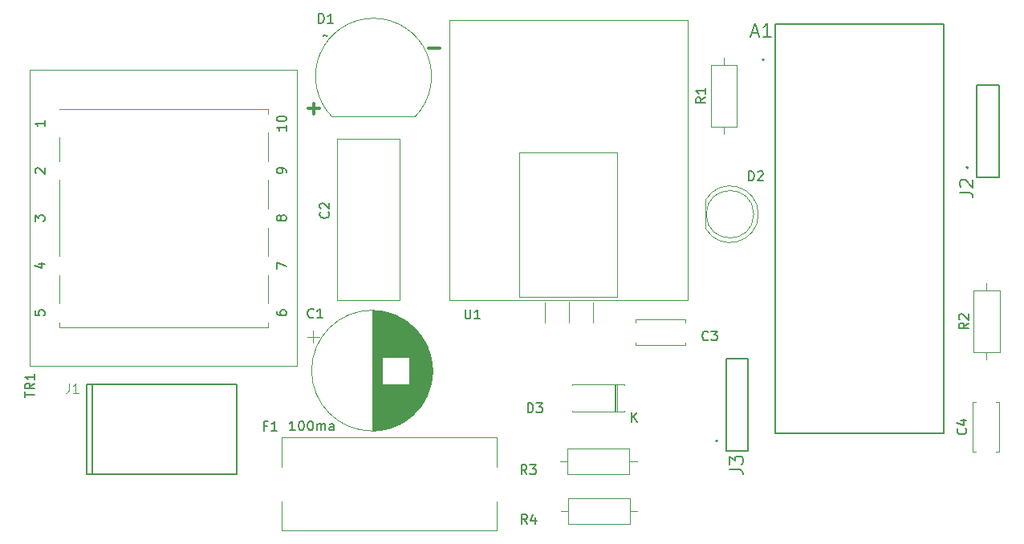
<source format=gbr>
%TF.GenerationSoftware,KiCad,Pcbnew,(6.0.7)*%
%TF.CreationDate,2022-10-25T14:44:23+02:00*%
%TF.ProjectId,Affichage_Temp_Humidite,41666669-6368-4616-9765-5f54656d705f,rev?*%
%TF.SameCoordinates,PX4692680PY2625a00*%
%TF.FileFunction,Legend,Top*%
%TF.FilePolarity,Positive*%
%FSLAX46Y46*%
G04 Gerber Fmt 4.6, Leading zero omitted, Abs format (unit mm)*
G04 Created by KiCad (PCBNEW (6.0.7)) date 2022-10-25 14:44:23*
%MOMM*%
%LPD*%
G01*
G04 APERTURE LIST*
%ADD10C,0.150000*%
%ADD11C,0.375000*%
%ADD12C,0.015000*%
%ADD13C,0.120000*%
%ADD14C,0.127000*%
%ADD15C,0.200000*%
G04 APERTURE END LIST*
D10*
%TO.C,R2*%
X101222380Y-32986666D02*
X100746190Y-33320000D01*
X101222380Y-33558095D02*
X100222380Y-33558095D01*
X100222380Y-33177142D01*
X100270000Y-33081904D01*
X100317619Y-33034285D01*
X100412857Y-32986666D01*
X100555714Y-32986666D01*
X100650952Y-33034285D01*
X100698571Y-33081904D01*
X100746190Y-33177142D01*
X100746190Y-33558095D01*
X100317619Y-32605714D02*
X100270000Y-32558095D01*
X100222380Y-32462857D01*
X100222380Y-32224761D01*
X100270000Y-32129523D01*
X100317619Y-32081904D01*
X100412857Y-32034285D01*
X100508095Y-32034285D01*
X100650952Y-32081904D01*
X101222380Y-32653333D01*
X101222380Y-32034285D01*
%TO.C,R4*%
X54673333Y-54172380D02*
X54340000Y-53696190D01*
X54101904Y-54172380D02*
X54101904Y-53172380D01*
X54482857Y-53172380D01*
X54578095Y-53220000D01*
X54625714Y-53267619D01*
X54673333Y-53362857D01*
X54673333Y-53505714D01*
X54625714Y-53600952D01*
X54578095Y-53648571D01*
X54482857Y-53696190D01*
X54101904Y-53696190D01*
X55530476Y-53505714D02*
X55530476Y-54172380D01*
X55292380Y-53124761D02*
X55054285Y-53839047D01*
X55673333Y-53839047D01*
%TO.C,D1*%
X32672204Y-1319780D02*
X32672204Y-319780D01*
X32910300Y-319780D01*
X33053157Y-367400D01*
X33148395Y-462638D01*
X33196014Y-557876D01*
X33243633Y-748352D01*
X33243633Y-891209D01*
X33196014Y-1081685D01*
X33148395Y-1176923D01*
X33053157Y-1272161D01*
X32910300Y-1319780D01*
X32672204Y-1319780D01*
X34196014Y-1319780D02*
X33624585Y-1319780D01*
X33910300Y-1319780D02*
X33910300Y-319780D01*
X33815061Y-462638D01*
X33719823Y-557876D01*
X33624585Y-605495D01*
D11*
X31578871Y-10349542D02*
X32721728Y-10349542D01*
X32150300Y-10920971D02*
X32150300Y-9778114D01*
X44278871Y-3999542D02*
X45421728Y-3999542D01*
D10*
X33158395Y-2693828D02*
X33206014Y-2646209D01*
X33301252Y-2598590D01*
X33491728Y-2693828D01*
X33586966Y-2646209D01*
X33634585Y-2598590D01*
%TO.C,C2*%
X33697142Y-21281666D02*
X33744761Y-21329285D01*
X33792380Y-21472142D01*
X33792380Y-21567380D01*
X33744761Y-21710238D01*
X33649523Y-21805476D01*
X33554285Y-21853095D01*
X33363809Y-21900714D01*
X33220952Y-21900714D01*
X33030476Y-21853095D01*
X32935238Y-21805476D01*
X32840000Y-21710238D01*
X32792380Y-21567380D01*
X32792380Y-21472142D01*
X32840000Y-21329285D01*
X32887619Y-21281666D01*
X32887619Y-20900714D02*
X32840000Y-20853095D01*
X32792380Y-20757857D01*
X32792380Y-20519761D01*
X32840000Y-20424523D01*
X32887619Y-20376904D01*
X32982857Y-20329285D01*
X33078095Y-20329285D01*
X33220952Y-20376904D01*
X33792380Y-20948333D01*
X33792380Y-20329285D01*
%TO.C,D3*%
X54741904Y-42432380D02*
X54741904Y-41432380D01*
X54980000Y-41432380D01*
X55122857Y-41480000D01*
X55218095Y-41575238D01*
X55265714Y-41670476D01*
X55313333Y-41860952D01*
X55313333Y-42003809D01*
X55265714Y-42194285D01*
X55218095Y-42289523D01*
X55122857Y-42384761D01*
X54980000Y-42432380D01*
X54741904Y-42432380D01*
X55646666Y-41432380D02*
X56265714Y-41432380D01*
X55932380Y-41813333D01*
X56075238Y-41813333D01*
X56170476Y-41860952D01*
X56218095Y-41908571D01*
X56265714Y-42003809D01*
X56265714Y-42241904D01*
X56218095Y-42337142D01*
X56170476Y-42384761D01*
X56075238Y-42432380D01*
X55789523Y-42432380D01*
X55694285Y-42384761D01*
X55646666Y-42337142D01*
X65728095Y-43432380D02*
X65728095Y-42432380D01*
X66299523Y-43432380D02*
X65870952Y-42860952D01*
X66299523Y-42432380D02*
X65728095Y-43003809D01*
%TO.C,R1*%
X73482380Y-9166666D02*
X73006190Y-9500000D01*
X73482380Y-9738095D02*
X72482380Y-9738095D01*
X72482380Y-9357142D01*
X72530000Y-9261904D01*
X72577619Y-9214285D01*
X72672857Y-9166666D01*
X72815714Y-9166666D01*
X72910952Y-9214285D01*
X72958571Y-9261904D01*
X73006190Y-9357142D01*
X73006190Y-9738095D01*
X73482380Y-8214285D02*
X73482380Y-8785714D01*
X73482380Y-8500000D02*
X72482380Y-8500000D01*
X72625238Y-8595238D01*
X72720476Y-8690476D01*
X72768095Y-8785714D01*
%TO.C,F1*%
X27226666Y-43818571D02*
X26893333Y-43818571D01*
X26893333Y-44342380D02*
X26893333Y-43342380D01*
X27369523Y-43342380D01*
X28274285Y-44342380D02*
X27702857Y-44342380D01*
X27988571Y-44342380D02*
X27988571Y-43342380D01*
X27893333Y-43485238D01*
X27798095Y-43580476D01*
X27702857Y-43628095D01*
X30184285Y-44302380D02*
X29612857Y-44302380D01*
X29898571Y-44302380D02*
X29898571Y-43302380D01*
X29803333Y-43445238D01*
X29708095Y-43540476D01*
X29612857Y-43588095D01*
X30803333Y-43302380D02*
X30898571Y-43302380D01*
X30993809Y-43350000D01*
X31041428Y-43397619D01*
X31089047Y-43492857D01*
X31136666Y-43683333D01*
X31136666Y-43921428D01*
X31089047Y-44111904D01*
X31041428Y-44207142D01*
X30993809Y-44254761D01*
X30898571Y-44302380D01*
X30803333Y-44302380D01*
X30708095Y-44254761D01*
X30660476Y-44207142D01*
X30612857Y-44111904D01*
X30565238Y-43921428D01*
X30565238Y-43683333D01*
X30612857Y-43492857D01*
X30660476Y-43397619D01*
X30708095Y-43350000D01*
X30803333Y-43302380D01*
X31755714Y-43302380D02*
X31850952Y-43302380D01*
X31946190Y-43350000D01*
X31993809Y-43397619D01*
X32041428Y-43492857D01*
X32089047Y-43683333D01*
X32089047Y-43921428D01*
X32041428Y-44111904D01*
X31993809Y-44207142D01*
X31946190Y-44254761D01*
X31850952Y-44302380D01*
X31755714Y-44302380D01*
X31660476Y-44254761D01*
X31612857Y-44207142D01*
X31565238Y-44111904D01*
X31517619Y-43921428D01*
X31517619Y-43683333D01*
X31565238Y-43492857D01*
X31612857Y-43397619D01*
X31660476Y-43350000D01*
X31755714Y-43302380D01*
X32517619Y-44302380D02*
X32517619Y-43635714D01*
X32517619Y-43730952D02*
X32565238Y-43683333D01*
X32660476Y-43635714D01*
X32803333Y-43635714D01*
X32898571Y-43683333D01*
X32946190Y-43778571D01*
X32946190Y-44302380D01*
X32946190Y-43778571D02*
X32993809Y-43683333D01*
X33089047Y-43635714D01*
X33231904Y-43635714D01*
X33327142Y-43683333D01*
X33374761Y-43778571D01*
X33374761Y-44302380D01*
X34279523Y-44302380D02*
X34279523Y-43778571D01*
X34231904Y-43683333D01*
X34136666Y-43635714D01*
X33946190Y-43635714D01*
X33850952Y-43683333D01*
X34279523Y-44254761D02*
X34184285Y-44302380D01*
X33946190Y-44302380D01*
X33850952Y-44254761D01*
X33803333Y-44159523D01*
X33803333Y-44064285D01*
X33850952Y-43969047D01*
X33946190Y-43921428D01*
X34184285Y-43921428D01*
X34279523Y-43873809D01*
%TO.C,R3*%
X54633333Y-48952380D02*
X54300000Y-48476190D01*
X54061904Y-48952380D02*
X54061904Y-47952380D01*
X54442857Y-47952380D01*
X54538095Y-48000000D01*
X54585714Y-48047619D01*
X54633333Y-48142857D01*
X54633333Y-48285714D01*
X54585714Y-48380952D01*
X54538095Y-48428571D01*
X54442857Y-48476190D01*
X54061904Y-48476190D01*
X54966666Y-47952380D02*
X55585714Y-47952380D01*
X55252380Y-48333333D01*
X55395238Y-48333333D01*
X55490476Y-48380952D01*
X55538095Y-48428571D01*
X55585714Y-48523809D01*
X55585714Y-48761904D01*
X55538095Y-48857142D01*
X55490476Y-48904761D01*
X55395238Y-48952380D01*
X55109523Y-48952380D01*
X55014285Y-48904761D01*
X54966666Y-48857142D01*
%TO.C,TR1*%
X1702380Y-40811904D02*
X1702380Y-40240476D01*
X2702380Y-40526190D02*
X1702380Y-40526190D01*
X2702380Y-39335714D02*
X2226190Y-39669047D01*
X2702380Y-39907142D02*
X1702380Y-39907142D01*
X1702380Y-39526190D01*
X1750000Y-39430952D01*
X1797619Y-39383333D01*
X1892857Y-39335714D01*
X2035714Y-39335714D01*
X2130952Y-39383333D01*
X2178571Y-39430952D01*
X2226190Y-39526190D01*
X2226190Y-39907142D01*
X2702380Y-38383333D02*
X2702380Y-38954761D01*
X2702380Y-38669047D02*
X1702380Y-38669047D01*
X1845238Y-38764285D01*
X1940476Y-38859523D01*
X1988095Y-38954761D01*
X29252380Y-12090476D02*
X29252380Y-12661904D01*
X29252380Y-12376190D02*
X28252380Y-12376190D01*
X28395238Y-12471428D01*
X28490476Y-12566666D01*
X28538095Y-12661904D01*
X28252380Y-11471428D02*
X28252380Y-11376190D01*
X28300000Y-11280952D01*
X28347619Y-11233333D01*
X28442857Y-11185714D01*
X28633333Y-11138095D01*
X28871428Y-11138095D01*
X29061904Y-11185714D01*
X29157142Y-11233333D01*
X29204761Y-11280952D01*
X29252380Y-11376190D01*
X29252380Y-11471428D01*
X29204761Y-11566666D01*
X29157142Y-11614285D01*
X29061904Y-11661904D01*
X28871428Y-11709523D01*
X28633333Y-11709523D01*
X28442857Y-11661904D01*
X28347619Y-11614285D01*
X28300000Y-11566666D01*
X28252380Y-11471428D01*
X2752380Y-31661904D02*
X2752380Y-32138095D01*
X3228571Y-32185714D01*
X3180952Y-32138095D01*
X3133333Y-32042857D01*
X3133333Y-31804761D01*
X3180952Y-31709523D01*
X3228571Y-31661904D01*
X3323809Y-31614285D01*
X3561904Y-31614285D01*
X3657142Y-31661904D01*
X3704761Y-31709523D01*
X3752380Y-31804761D01*
X3752380Y-32042857D01*
X3704761Y-32138095D01*
X3657142Y-32185714D01*
X2847619Y-17185714D02*
X2800000Y-17138095D01*
X2752380Y-17042857D01*
X2752380Y-16804761D01*
X2800000Y-16709523D01*
X2847619Y-16661904D01*
X2942857Y-16614285D01*
X3038095Y-16614285D01*
X3180952Y-16661904D01*
X3752380Y-17233333D01*
X3752380Y-16614285D01*
X2752380Y-22233333D02*
X2752380Y-21614285D01*
X3133333Y-21947619D01*
X3133333Y-21804761D01*
X3180952Y-21709523D01*
X3228571Y-21661904D01*
X3323809Y-21614285D01*
X3561904Y-21614285D01*
X3657142Y-21661904D01*
X3704761Y-21709523D01*
X3752380Y-21804761D01*
X3752380Y-22090476D01*
X3704761Y-22185714D01*
X3657142Y-22233333D01*
X29252380Y-17090476D02*
X29252380Y-16900000D01*
X29204761Y-16804761D01*
X29157142Y-16757142D01*
X29014285Y-16661904D01*
X28823809Y-16614285D01*
X28442857Y-16614285D01*
X28347619Y-16661904D01*
X28300000Y-16709523D01*
X28252380Y-16804761D01*
X28252380Y-16995238D01*
X28300000Y-17090476D01*
X28347619Y-17138095D01*
X28442857Y-17185714D01*
X28680952Y-17185714D01*
X28776190Y-17138095D01*
X28823809Y-17090476D01*
X28871428Y-16995238D01*
X28871428Y-16804761D01*
X28823809Y-16709523D01*
X28776190Y-16661904D01*
X28680952Y-16614285D01*
X28252380Y-31709523D02*
X28252380Y-31900000D01*
X28300000Y-31995238D01*
X28347619Y-32042857D01*
X28490476Y-32138095D01*
X28680952Y-32185714D01*
X29061904Y-32185714D01*
X29157142Y-32138095D01*
X29204761Y-32090476D01*
X29252380Y-31995238D01*
X29252380Y-31804761D01*
X29204761Y-31709523D01*
X29157142Y-31661904D01*
X29061904Y-31614285D01*
X28823809Y-31614285D01*
X28728571Y-31661904D01*
X28680952Y-31709523D01*
X28633333Y-31804761D01*
X28633333Y-31995238D01*
X28680952Y-32090476D01*
X28728571Y-32138095D01*
X28823809Y-32185714D01*
X28252380Y-27233333D02*
X28252380Y-26566666D01*
X29252380Y-26995238D01*
X28680952Y-21995238D02*
X28633333Y-22090476D01*
X28585714Y-22138095D01*
X28490476Y-22185714D01*
X28442857Y-22185714D01*
X28347619Y-22138095D01*
X28300000Y-22090476D01*
X28252380Y-21995238D01*
X28252380Y-21804761D01*
X28300000Y-21709523D01*
X28347619Y-21661904D01*
X28442857Y-21614285D01*
X28490476Y-21614285D01*
X28585714Y-21661904D01*
X28633333Y-21709523D01*
X28680952Y-21804761D01*
X28680952Y-21995238D01*
X28728571Y-22090476D01*
X28776190Y-22138095D01*
X28871428Y-22185714D01*
X29061904Y-22185714D01*
X29157142Y-22138095D01*
X29204761Y-22090476D01*
X29252380Y-21995238D01*
X29252380Y-21804761D01*
X29204761Y-21709523D01*
X29157142Y-21661904D01*
X29061904Y-21614285D01*
X28871428Y-21614285D01*
X28776190Y-21661904D01*
X28728571Y-21709523D01*
X28680952Y-21804761D01*
X3085714Y-26709523D02*
X3752380Y-26709523D01*
X2704761Y-26947619D02*
X3419047Y-27185714D01*
X3419047Y-26566666D01*
X3752380Y-11614285D02*
X3752380Y-12185714D01*
X3752380Y-11900000D02*
X2752380Y-11900000D01*
X2895238Y-11995238D01*
X2990476Y-12090476D01*
X3038095Y-12185714D01*
%TO.C,D2*%
X78036904Y-17952380D02*
X78036904Y-16952380D01*
X78275000Y-16952380D01*
X78417857Y-17000000D01*
X78513095Y-17095238D01*
X78560714Y-17190476D01*
X78608333Y-17380952D01*
X78608333Y-17523809D01*
X78560714Y-17714285D01*
X78513095Y-17809523D01*
X78417857Y-17904761D01*
X78275000Y-17952380D01*
X78036904Y-17952380D01*
X78989285Y-17047619D02*
X79036904Y-17000000D01*
X79132142Y-16952380D01*
X79370238Y-16952380D01*
X79465476Y-17000000D01*
X79513095Y-17047619D01*
X79560714Y-17142857D01*
X79560714Y-17238095D01*
X79513095Y-17380952D01*
X78941666Y-17952380D01*
X79560714Y-17952380D01*
%TO.C,J3*%
X76042337Y-48437273D02*
X77043636Y-48437273D01*
X77243896Y-48504026D01*
X77377402Y-48637532D01*
X77444156Y-48837792D01*
X77444156Y-48971299D01*
X76042337Y-47903246D02*
X76042337Y-47035454D01*
X76576363Y-47502727D01*
X76576363Y-47302467D01*
X76643116Y-47168960D01*
X76709870Y-47102207D01*
X76843376Y-47035454D01*
X77177143Y-47035454D01*
X77310649Y-47102207D01*
X77377402Y-47168960D01*
X77444156Y-47302467D01*
X77444156Y-47702986D01*
X77377402Y-47836493D01*
X77310649Y-47903246D01*
%TO.C,C1*%
X32133333Y-32357142D02*
X32085714Y-32404761D01*
X31942857Y-32452380D01*
X31847619Y-32452380D01*
X31704761Y-32404761D01*
X31609523Y-32309523D01*
X31561904Y-32214285D01*
X31514285Y-32023809D01*
X31514285Y-31880952D01*
X31561904Y-31690476D01*
X31609523Y-31595238D01*
X31704761Y-31500000D01*
X31847619Y-31452380D01*
X31942857Y-31452380D01*
X32085714Y-31500000D01*
X32133333Y-31547619D01*
X33085714Y-32452380D02*
X32514285Y-32452380D01*
X32800000Y-32452380D02*
X32800000Y-31452380D01*
X32704761Y-31595238D01*
X32609523Y-31690476D01*
X32514285Y-31738095D01*
%TO.C,C3*%
X73763333Y-34727142D02*
X73715714Y-34774761D01*
X73572857Y-34822380D01*
X73477619Y-34822380D01*
X73334761Y-34774761D01*
X73239523Y-34679523D01*
X73191904Y-34584285D01*
X73144285Y-34393809D01*
X73144285Y-34250952D01*
X73191904Y-34060476D01*
X73239523Y-33965238D01*
X73334761Y-33870000D01*
X73477619Y-33822380D01*
X73572857Y-33822380D01*
X73715714Y-33870000D01*
X73763333Y-33917619D01*
X74096666Y-33822380D02*
X74715714Y-33822380D01*
X74382380Y-34203333D01*
X74525238Y-34203333D01*
X74620476Y-34250952D01*
X74668095Y-34298571D01*
X74715714Y-34393809D01*
X74715714Y-34631904D01*
X74668095Y-34727142D01*
X74620476Y-34774761D01*
X74525238Y-34822380D01*
X74239523Y-34822380D01*
X74144285Y-34774761D01*
X74096666Y-34727142D01*
%TO.C,A1*%
X78380000Y-2353333D02*
X79046666Y-2353333D01*
X78246666Y-2753333D02*
X78713333Y-1353333D01*
X79180000Y-2753333D01*
X80380000Y-2753333D02*
X79580000Y-2753333D01*
X79980000Y-2753333D02*
X79980000Y-1353333D01*
X79846666Y-1553333D01*
X79713333Y-1686666D01*
X79580000Y-1753333D01*
%TO.C,C4*%
X100937142Y-44116666D02*
X100984761Y-44164285D01*
X101032380Y-44307142D01*
X101032380Y-44402380D01*
X100984761Y-44545238D01*
X100889523Y-44640476D01*
X100794285Y-44688095D01*
X100603809Y-44735714D01*
X100460952Y-44735714D01*
X100270476Y-44688095D01*
X100175238Y-44640476D01*
X100080000Y-44545238D01*
X100032380Y-44402380D01*
X100032380Y-44307142D01*
X100080000Y-44164285D01*
X100127619Y-44116666D01*
X100365714Y-43259523D02*
X101032380Y-43259523D01*
X99984761Y-43497619D02*
X100699047Y-43735714D01*
X100699047Y-43116666D01*
%TO.C,J2*%
X100302337Y-19227273D02*
X101303636Y-19227273D01*
X101503896Y-19294026D01*
X101637402Y-19427532D01*
X101704156Y-19627792D01*
X101704156Y-19761299D01*
X100435843Y-18626493D02*
X100369090Y-18559740D01*
X100302337Y-18426233D01*
X100302337Y-18092467D01*
X100369090Y-17958960D01*
X100435843Y-17892207D01*
X100569350Y-17825454D01*
X100702856Y-17825454D01*
X100903116Y-17892207D01*
X101704156Y-18693246D01*
X101704156Y-17825454D01*
%TO.C,U1*%
X48128095Y-31547380D02*
X48128095Y-32356904D01*
X48175714Y-32452142D01*
X48223333Y-32499761D01*
X48318571Y-32547380D01*
X48509047Y-32547380D01*
X48604285Y-32499761D01*
X48651904Y-32452142D01*
X48699523Y-32356904D01*
X48699523Y-31547380D01*
X49699523Y-32547380D02*
X49128095Y-32547380D01*
X49413809Y-32547380D02*
X49413809Y-31547380D01*
X49318571Y-31690238D01*
X49223333Y-31785476D01*
X49128095Y-31833095D01*
D12*
%TO.C,J1*%
X6336666Y-39342380D02*
X6336666Y-40056666D01*
X6289047Y-40199523D01*
X6193809Y-40294761D01*
X6050952Y-40342380D01*
X5955714Y-40342380D01*
X7336666Y-40342380D02*
X6765238Y-40342380D01*
X7050952Y-40342380D02*
X7050952Y-39342380D01*
X6955714Y-39485238D01*
X6860476Y-39580476D01*
X6765238Y-39628095D01*
D13*
%TO.C,R2*%
X101770000Y-29550000D02*
X101770000Y-36090000D01*
X104510000Y-36090000D02*
X104510000Y-29550000D01*
X103140000Y-28780000D02*
X103140000Y-29550000D01*
X101770000Y-36090000D02*
X104510000Y-36090000D01*
X103140000Y-36860000D02*
X103140000Y-36090000D01*
X104510000Y-29550000D02*
X101770000Y-29550000D01*
%TO.C,R4*%
X65510000Y-51450000D02*
X58970000Y-51450000D01*
X65510000Y-54190000D02*
X65510000Y-51450000D01*
X66280000Y-52820000D02*
X65510000Y-52820000D01*
X58970000Y-51450000D02*
X58970000Y-54190000D01*
X58200000Y-52820000D02*
X58970000Y-52820000D01*
X58970000Y-54190000D02*
X65510000Y-54190000D01*
%TO.C,D1*%
X34085300Y-11192400D02*
X42860300Y-11192400D01*
X42860300Y-11192400D02*
G75*
G03*
X34060300Y-11192400I-4400000J4252585D01*
G01*
%TO.C,C2*%
X37515000Y-30540000D02*
X41240000Y-30540000D01*
X34640000Y-30540000D02*
X37515000Y-30540000D01*
X37051250Y-13540000D02*
X41240000Y-13540000D01*
X41240000Y-30540000D02*
X41240000Y-13540000D01*
X34640000Y-13540000D02*
X37120625Y-13540000D01*
X34640000Y-30540000D02*
X34640000Y-13540000D01*
%TO.C,D3*%
X64900000Y-42220000D02*
X64900000Y-42350000D01*
X64900000Y-39540000D02*
X64900000Y-39410000D01*
X64000000Y-42350000D02*
X64000000Y-39410000D01*
X63880000Y-42350000D02*
X63880000Y-39410000D01*
X59460000Y-39410000D02*
X59460000Y-39540000D01*
X59460000Y-42350000D02*
X59460000Y-42220000D01*
X64900000Y-42350000D02*
X59460000Y-42350000D01*
X64120000Y-42350000D02*
X64120000Y-39410000D01*
X64900000Y-39410000D02*
X59460000Y-39410000D01*
%TO.C,R1*%
X75400000Y-13040000D02*
X75400000Y-12270000D01*
X76770000Y-5730000D02*
X74030000Y-5730000D01*
X75400000Y-4960000D02*
X75400000Y-5730000D01*
X74030000Y-5730000D02*
X74030000Y-12270000D01*
X74030000Y-12270000D02*
X76770000Y-12270000D01*
X76770000Y-12270000D02*
X76770000Y-5730000D01*
%TO.C,F1*%
X28770000Y-54870000D02*
X51490000Y-54870000D01*
X51490000Y-54870000D02*
X51490000Y-51785000D01*
X28770000Y-45050000D02*
X51490000Y-45050000D01*
X28770000Y-48135000D02*
X28770000Y-45050000D01*
X28770000Y-54870000D02*
X28770000Y-51810000D01*
X51490000Y-48135000D02*
X51490000Y-45050000D01*
%TO.C,R3*%
X58160000Y-47600000D02*
X58930000Y-47600000D01*
X65470000Y-48970000D02*
X65470000Y-46230000D01*
X58930000Y-46230000D02*
X58930000Y-48970000D01*
X65470000Y-46230000D02*
X58930000Y-46230000D01*
X66240000Y-47600000D02*
X65470000Y-47600000D01*
X58930000Y-48970000D02*
X65470000Y-48970000D01*
%TO.C,TR1*%
X5300000Y-32900000D02*
X5300000Y-33400000D01*
X30420000Y-6280000D02*
X2180000Y-6280000D01*
X27300000Y-15900000D02*
X27300000Y-12900000D01*
X5300000Y-13400000D02*
X5300000Y-15900000D01*
X5300000Y-17900000D02*
X5300000Y-25900000D01*
X2180000Y-37520000D02*
X2180000Y-6280000D01*
X2180000Y-37520000D02*
X30420000Y-37520000D01*
X5300000Y-27900000D02*
X5300000Y-30900000D01*
X5300000Y-33400000D02*
X27300000Y-33400000D01*
X27300000Y-20900000D02*
X27300000Y-17900000D01*
X27300000Y-30900000D02*
X27300000Y-27900000D01*
X30420000Y-6280000D02*
X30420000Y-37520000D01*
X27300000Y-25900000D02*
X27300000Y-22900000D01*
X27300000Y-10400000D02*
X5300000Y-10400000D01*
X27300000Y-33400000D02*
X27300000Y-32900000D01*
X27300000Y-10900000D02*
X27300000Y-10400000D01*
%TO.C,D2*%
X73510000Y-19955000D02*
X73510000Y-23045000D01*
X73510000Y-23044830D02*
G75*
G03*
X79060000Y-21499538I2560000J1544830D01*
G01*
X79060000Y-21500462D02*
G75*
G03*
X73510000Y-19955170I-2990000J462D01*
G01*
X78570000Y-21500000D02*
G75*
G03*
X78570000Y-21500000I-2500000J0D01*
G01*
D14*
%TO.C,J3*%
X77998000Y-36723000D02*
X77998000Y-46477000D01*
X75662000Y-36723000D02*
X77998000Y-36723000D01*
X77998000Y-46477000D02*
X75662000Y-46477000D01*
X75662000Y-46477000D02*
X75662000Y-36723000D01*
D15*
X74762000Y-45410000D02*
G75*
G03*
X74762000Y-45410000I-100000J0D01*
G01*
D13*
%TO.C,C1*%
X40821000Y-32189000D02*
X40821000Y-36560000D01*
X40701000Y-32139000D02*
X40701000Y-36560000D01*
X43261000Y-34043000D02*
X43261000Y-41957000D01*
X41981000Y-32840000D02*
X41981000Y-36560000D01*
X39741000Y-31834000D02*
X39741000Y-36560000D01*
X43141000Y-33898000D02*
X43141000Y-42102000D01*
X38420000Y-31671000D02*
X38420000Y-44329000D01*
X41221000Y-32378000D02*
X41221000Y-36560000D01*
X39541000Y-31791000D02*
X39541000Y-36560000D01*
X42181000Y-32988000D02*
X42181000Y-36560000D01*
X42021000Y-39440000D02*
X42021000Y-43131000D01*
X43621000Y-34536000D02*
X43621000Y-41464000D01*
X40581000Y-32092000D02*
X40581000Y-36560000D01*
X39541000Y-39440000D02*
X39541000Y-44209000D01*
X39941000Y-31884000D02*
X39941000Y-36560000D01*
X39901000Y-31874000D02*
X39901000Y-36560000D01*
X43661000Y-34598000D02*
X43661000Y-41402000D01*
X43301000Y-34093000D02*
X43301000Y-41907000D01*
X39381000Y-31762000D02*
X39381000Y-36560000D01*
X41741000Y-39440000D02*
X41741000Y-43322000D01*
X39901000Y-39440000D02*
X39901000Y-44126000D01*
X39061000Y-31715000D02*
X39061000Y-44285000D01*
X41421000Y-32486000D02*
X41421000Y-36560000D01*
X43981000Y-35156000D02*
X43981000Y-40844000D01*
X43901000Y-35004000D02*
X43901000Y-40996000D01*
X40461000Y-39440000D02*
X40461000Y-43953000D01*
X43021000Y-33762000D02*
X43021000Y-42238000D01*
X40181000Y-31953000D02*
X40181000Y-36560000D01*
X38740000Y-31685000D02*
X38740000Y-44315000D01*
X40501000Y-32061000D02*
X40501000Y-36560000D01*
X31482918Y-34425000D02*
X32732918Y-34425000D01*
X44621000Y-37243000D02*
X44621000Y-38757000D01*
X41741000Y-32678000D02*
X41741000Y-36560000D01*
X42781000Y-33511000D02*
X42781000Y-42489000D01*
X41341000Y-32442000D02*
X41341000Y-36560000D01*
X44101000Y-35406000D02*
X44101000Y-40594000D01*
X42061000Y-32898000D02*
X42061000Y-36560000D01*
X40901000Y-32224000D02*
X40901000Y-36560000D01*
X38460000Y-31672000D02*
X38460000Y-44328000D01*
X40061000Y-31917000D02*
X40061000Y-36560000D01*
X41021000Y-32279000D02*
X41021000Y-36560000D01*
X40461000Y-32047000D02*
X40461000Y-36560000D01*
X41581000Y-39440000D02*
X41581000Y-43421000D01*
X42101000Y-39440000D02*
X42101000Y-43073000D01*
X44141000Y-35496000D02*
X44141000Y-40504000D01*
X39861000Y-39440000D02*
X39861000Y-44137000D01*
X41941000Y-39440000D02*
X41941000Y-43188000D01*
X41941000Y-32812000D02*
X41941000Y-36560000D01*
X41181000Y-32358000D02*
X41181000Y-36560000D01*
X40901000Y-39440000D02*
X40901000Y-43776000D01*
X43061000Y-33806000D02*
X43061000Y-42194000D01*
X41021000Y-39440000D02*
X41021000Y-43721000D01*
X41101000Y-39440000D02*
X41101000Y-43682000D01*
X40101000Y-31929000D02*
X40101000Y-36560000D01*
X39141000Y-31725000D02*
X39141000Y-44275000D01*
X40541000Y-39440000D02*
X40541000Y-43924000D01*
X38620000Y-31678000D02*
X38620000Y-44322000D01*
X42141000Y-39440000D02*
X42141000Y-43043000D01*
X39821000Y-31854000D02*
X39821000Y-36560000D01*
X40261000Y-39440000D02*
X40261000Y-44021000D01*
X39861000Y-31863000D02*
X39861000Y-36560000D01*
X39981000Y-39440000D02*
X39981000Y-44105000D01*
X41861000Y-32757000D02*
X41861000Y-36560000D01*
X39581000Y-39440000D02*
X39581000Y-44201000D01*
X44461000Y-36417000D02*
X44461000Y-39583000D01*
X44181000Y-35590000D02*
X44181000Y-40410000D01*
X40301000Y-39440000D02*
X40301000Y-44008000D01*
X40781000Y-39440000D02*
X40781000Y-43828000D01*
X41141000Y-39440000D02*
X41141000Y-43662000D01*
X43861000Y-34931000D02*
X43861000Y-41069000D01*
X41581000Y-32579000D02*
X41581000Y-36560000D01*
X38300000Y-31670000D02*
X38300000Y-44330000D01*
X40221000Y-39440000D02*
X40221000Y-44034000D01*
X41701000Y-39440000D02*
X41701000Y-43347000D01*
X38580000Y-31676000D02*
X38580000Y-44324000D01*
X41981000Y-39440000D02*
X41981000Y-43160000D01*
X44061000Y-35319000D02*
X44061000Y-40681000D01*
X39501000Y-39440000D02*
X39501000Y-44216000D01*
X40581000Y-39440000D02*
X40581000Y-43908000D01*
X42101000Y-32927000D02*
X42101000Y-36560000D01*
X38980000Y-31706000D02*
X38980000Y-44294000D01*
X43541000Y-34417000D02*
X43541000Y-41583000D01*
X40101000Y-39440000D02*
X40101000Y-44071000D01*
X40661000Y-39440000D02*
X40661000Y-43877000D01*
X42301000Y-33082000D02*
X42301000Y-42918000D01*
X40341000Y-32005000D02*
X40341000Y-36560000D01*
X38540000Y-31674000D02*
X38540000Y-44326000D01*
X42381000Y-33148000D02*
X42381000Y-42852000D01*
X42461000Y-33215000D02*
X42461000Y-42785000D01*
X38900000Y-31698000D02*
X38900000Y-44302000D01*
X39781000Y-39440000D02*
X39781000Y-44156000D01*
X39781000Y-31844000D02*
X39781000Y-36560000D01*
X44501000Y-36578000D02*
X44501000Y-39422000D01*
X39621000Y-31808000D02*
X39621000Y-36560000D01*
X41901000Y-32784000D02*
X41901000Y-36560000D01*
X40621000Y-39440000D02*
X40621000Y-43893000D01*
X38700000Y-31682000D02*
X38700000Y-44318000D01*
X41301000Y-32420000D02*
X41301000Y-36560000D01*
X39581000Y-31799000D02*
X39581000Y-36560000D01*
X41781000Y-39440000D02*
X41781000Y-43296000D01*
X39941000Y-39440000D02*
X39941000Y-44116000D01*
X39421000Y-31769000D02*
X39421000Y-36560000D01*
X41901000Y-39440000D02*
X41901000Y-43216000D01*
X32107918Y-33800000D02*
X32107918Y-35050000D01*
X44661000Y-37683000D02*
X44661000Y-38317000D01*
X40221000Y-31966000D02*
X40221000Y-36560000D01*
X40981000Y-32261000D02*
X40981000Y-36560000D01*
X41461000Y-32509000D02*
X41461000Y-36560000D01*
X41501000Y-32532000D02*
X41501000Y-36560000D01*
X41061000Y-39440000D02*
X41061000Y-43702000D01*
X42861000Y-33592000D02*
X42861000Y-42408000D01*
X42221000Y-33018000D02*
X42221000Y-36560000D01*
X42901000Y-33633000D02*
X42901000Y-42367000D01*
X41181000Y-39440000D02*
X41181000Y-43642000D01*
X41061000Y-32298000D02*
X41061000Y-36560000D01*
X42261000Y-33050000D02*
X42261000Y-42950000D01*
X41661000Y-39440000D02*
X41661000Y-43372000D01*
X40061000Y-39440000D02*
X40061000Y-44083000D01*
X39461000Y-39440000D02*
X39461000Y-44224000D01*
X40821000Y-39440000D02*
X40821000Y-43811000D01*
X40181000Y-39440000D02*
X40181000Y-44047000D01*
X40981000Y-39440000D02*
X40981000Y-43739000D01*
X42821000Y-33551000D02*
X42821000Y-42449000D01*
X43741000Y-34725000D02*
X43741000Y-41275000D01*
X41541000Y-32555000D02*
X41541000Y-36560000D01*
X39741000Y-39440000D02*
X39741000Y-44166000D01*
X43341000Y-34144000D02*
X43341000Y-41856000D01*
X39341000Y-31755000D02*
X39341000Y-44245000D01*
X40421000Y-39440000D02*
X40421000Y-43967000D01*
X44021000Y-35236000D02*
X44021000Y-40764000D01*
X40941000Y-32242000D02*
X40941000Y-36560000D01*
X40381000Y-32019000D02*
X40381000Y-36560000D01*
X40501000Y-39440000D02*
X40501000Y-43939000D01*
X40861000Y-39440000D02*
X40861000Y-43793000D01*
X42621000Y-33358000D02*
X42621000Y-42642000D01*
X44541000Y-36759000D02*
X44541000Y-39241000D01*
X40861000Y-32207000D02*
X40861000Y-36560000D01*
X42541000Y-33286000D02*
X42541000Y-42714000D01*
X42501000Y-33250000D02*
X42501000Y-42750000D01*
X40421000Y-32033000D02*
X40421000Y-36560000D01*
X39661000Y-39440000D02*
X39661000Y-44184000D01*
X44581000Y-36972000D02*
X44581000Y-39028000D01*
X40261000Y-31979000D02*
X40261000Y-36560000D01*
X41621000Y-32603000D02*
X41621000Y-36560000D01*
X41341000Y-39440000D02*
X41341000Y-43558000D01*
X40941000Y-39440000D02*
X40941000Y-43758000D01*
X39701000Y-31825000D02*
X39701000Y-36560000D01*
X39421000Y-39440000D02*
X39421000Y-44231000D01*
X41461000Y-39440000D02*
X41461000Y-43491000D01*
X39381000Y-39440000D02*
X39381000Y-44238000D01*
X41661000Y-32628000D02*
X41661000Y-36560000D01*
X43461000Y-34304000D02*
X43461000Y-41696000D01*
X41541000Y-39440000D02*
X41541000Y-43445000D01*
X42701000Y-33433000D02*
X42701000Y-42567000D01*
X41301000Y-39440000D02*
X41301000Y-43580000D01*
X38820000Y-31691000D02*
X38820000Y-44309000D01*
X39461000Y-31776000D02*
X39461000Y-36560000D01*
X41381000Y-39440000D02*
X41381000Y-43536000D01*
X42341000Y-33115000D02*
X42341000Y-42885000D01*
X42061000Y-39440000D02*
X42061000Y-43102000D01*
X39101000Y-31720000D02*
X39101000Y-44280000D01*
X39621000Y-39440000D02*
X39621000Y-44192000D01*
X44341000Y-36016000D02*
X44341000Y-39984000D01*
X42021000Y-32869000D02*
X42021000Y-36560000D01*
X41821000Y-39440000D02*
X41821000Y-43270000D01*
X41261000Y-32399000D02*
X41261000Y-36560000D01*
X40021000Y-31906000D02*
X40021000Y-36560000D01*
X41101000Y-32318000D02*
X41101000Y-36560000D01*
X42221000Y-39440000D02*
X42221000Y-42982000D01*
X40741000Y-32155000D02*
X40741000Y-36560000D01*
X40301000Y-31992000D02*
X40301000Y-36560000D01*
X38940000Y-31702000D02*
X38940000Y-44298000D01*
X39821000Y-39440000D02*
X39821000Y-44146000D01*
X38780000Y-31688000D02*
X38780000Y-44312000D01*
X40021000Y-39440000D02*
X40021000Y-44094000D01*
X43101000Y-33852000D02*
X43101000Y-42148000D01*
X39981000Y-31895000D02*
X39981000Y-36560000D01*
X40141000Y-31941000D02*
X40141000Y-36560000D01*
X42661000Y-33395000D02*
X42661000Y-42605000D01*
X38340000Y-31670000D02*
X38340000Y-44330000D01*
X39021000Y-31710000D02*
X39021000Y-44290000D01*
X43221000Y-33993000D02*
X43221000Y-42007000D01*
X43181000Y-33945000D02*
X43181000Y-42055000D01*
X41701000Y-32653000D02*
X41701000Y-36560000D01*
X38380000Y-31670000D02*
X38380000Y-44330000D01*
X41381000Y-32464000D02*
X41381000Y-36560000D01*
X43941000Y-35079000D02*
X43941000Y-40921000D01*
X43421000Y-34250000D02*
X43421000Y-41750000D01*
X41221000Y-39440000D02*
X41221000Y-43622000D01*
X39181000Y-31731000D02*
X39181000Y-44269000D01*
X42181000Y-39440000D02*
X42181000Y-43012000D01*
X43501000Y-34360000D02*
X43501000Y-41640000D01*
X44301000Y-35900000D02*
X44301000Y-40100000D01*
X44261000Y-35791000D02*
X44261000Y-40209000D01*
X40141000Y-39440000D02*
X40141000Y-44059000D01*
X43781000Y-34792000D02*
X43781000Y-41208000D01*
X42581000Y-33322000D02*
X42581000Y-42678000D01*
X41781000Y-32704000D02*
X41781000Y-36560000D01*
X41261000Y-39440000D02*
X41261000Y-43601000D01*
X40541000Y-32076000D02*
X40541000Y-36560000D01*
X39661000Y-31816000D02*
X39661000Y-36560000D01*
X43381000Y-34196000D02*
X43381000Y-41804000D01*
X39221000Y-31736000D02*
X39221000Y-44264000D01*
X41621000Y-39440000D02*
X41621000Y-43397000D01*
X39261000Y-31742000D02*
X39261000Y-44258000D01*
X39501000Y-31784000D02*
X39501000Y-36560000D01*
X42941000Y-33675000D02*
X42941000Y-42325000D01*
X41501000Y-39440000D02*
X41501000Y-43468000D01*
X39301000Y-31748000D02*
X39301000Y-44252000D01*
X42981000Y-33718000D02*
X42981000Y-42282000D01*
X41141000Y-32338000D02*
X41141000Y-36560000D01*
X41821000Y-32730000D02*
X41821000Y-36560000D01*
X38660000Y-31680000D02*
X38660000Y-44320000D01*
X42741000Y-33472000D02*
X42741000Y-42528000D01*
X40701000Y-39440000D02*
X40701000Y-43861000D01*
X40741000Y-39440000D02*
X40741000Y-43845000D01*
X44221000Y-35688000D02*
X44221000Y-40312000D01*
X40781000Y-32172000D02*
X40781000Y-36560000D01*
X42141000Y-32957000D02*
X42141000Y-36560000D01*
X40661000Y-32123000D02*
X40661000Y-36560000D01*
X44381000Y-36139000D02*
X44381000Y-39861000D01*
X40381000Y-39440000D02*
X40381000Y-43981000D01*
X42421000Y-33181000D02*
X42421000Y-42819000D01*
X43701000Y-34661000D02*
X43701000Y-41339000D01*
X43821000Y-34860000D02*
X43821000Y-41140000D01*
X40621000Y-32107000D02*
X40621000Y-36560000D01*
X39701000Y-39440000D02*
X39701000Y-44175000D01*
X40341000Y-39440000D02*
X40341000Y-43995000D01*
X44421000Y-36272000D02*
X44421000Y-39728000D01*
X41421000Y-39440000D02*
X41421000Y-43514000D01*
X41861000Y-39440000D02*
X41861000Y-43243000D01*
X38500000Y-31673000D02*
X38500000Y-44327000D01*
X38860000Y-31694000D02*
X38860000Y-44306000D01*
X43581000Y-34476000D02*
X43581000Y-41524000D01*
X44670000Y-38000000D02*
G75*
G03*
X44670000Y-38000000I-6370000J0D01*
G01*
%TO.C,C3*%
X71350000Y-32600000D02*
X71350000Y-32915000D01*
X66110000Y-35340000D02*
X71350000Y-35340000D01*
X71350000Y-35025000D02*
X71350000Y-35340000D01*
X66110000Y-32600000D02*
X71350000Y-32600000D01*
X66110000Y-32600000D02*
X66110000Y-32915000D01*
X66110000Y-35025000D02*
X66110000Y-35340000D01*
D14*
%TO.C,A1*%
X98645000Y-44600000D02*
X80865000Y-44600000D01*
X98645000Y-1420000D02*
X98645000Y-44600000D01*
X80865000Y-44600000D02*
X80865000Y-1420000D01*
X80865000Y-1420000D02*
X98645000Y-1420000D01*
D15*
X79655000Y-5210000D02*
G75*
G03*
X79655000Y-5210000I-100000J0D01*
G01*
D13*
%TO.C,C4*%
X104450000Y-46570000D02*
X104450000Y-41330000D01*
X101710000Y-41330000D02*
X102025000Y-41330000D01*
X101710000Y-46570000D02*
X102025000Y-46570000D01*
X104135000Y-41330000D02*
X104450000Y-41330000D01*
X104135000Y-46570000D02*
X104450000Y-46570000D01*
X101710000Y-46570000D02*
X101710000Y-41330000D01*
D14*
%TO.C,J2*%
X104448000Y-17627000D02*
X102112000Y-17627000D01*
X102112000Y-7873000D02*
X104448000Y-7873000D01*
X104448000Y-7873000D02*
X104448000Y-17627000D01*
X102112000Y-17627000D02*
X102112000Y-7873000D01*
D15*
X101212000Y-16560000D02*
G75*
G03*
X101212000Y-16560000I-100000J0D01*
G01*
D13*
%TO.C,U1*%
X56550000Y-30795000D02*
X56550000Y-32945000D01*
X64075000Y-30245000D02*
X53825000Y-30245000D01*
X46490000Y-970000D02*
X46490000Y-30570000D01*
X46490000Y-30570000D02*
X71590000Y-30570000D01*
X53825000Y-30245000D02*
X53825000Y-15020000D01*
X61630000Y-30795000D02*
X61630000Y-32945000D01*
X71590000Y-970000D02*
X71590000Y-30570000D01*
X59090000Y-30770000D02*
X59090000Y-32920000D01*
X64140000Y-15020000D02*
X64125000Y-30245000D01*
X53825000Y-15020000D02*
X64125000Y-15020000D01*
X46490000Y-970000D02*
X71590000Y-970000D01*
D14*
%TO.C,J1*%
X8760000Y-39420000D02*
X8160000Y-39420000D01*
X8760000Y-39420000D02*
X8760000Y-48920000D01*
X8160000Y-48920000D02*
X8760000Y-48920000D01*
X8760000Y-48920000D02*
X24000000Y-48920000D01*
X24000000Y-48920000D02*
X24000000Y-39420000D01*
X24000000Y-39420000D02*
X8760000Y-39420000D01*
X8160000Y-39420000D02*
X8160000Y-48920000D01*
%TD*%
M02*

</source>
